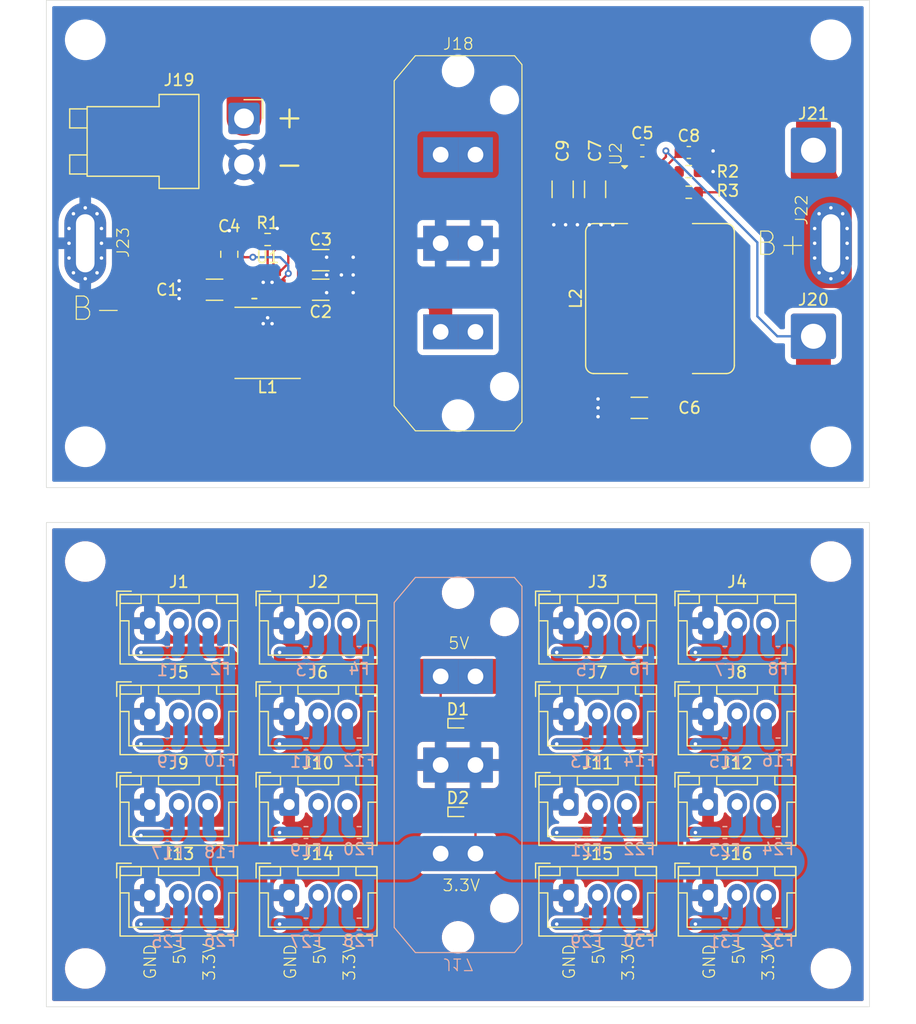
<source format=kicad_pcb>
(kicad_pcb (version 20241229) (generator "pcbnew") (generator_version "9.0")
  (layers (0 "F.Cu" signal) (2 "B.Cu" signal) (13 "F.Paste" user) (15 "B.Paste" user) (5 "F.SilkS" user "F.Silkscreen") (7 "B.SilkS" user "B.Silkscreen") (1 "F.Mask" user) (3 "B.Mask" user) (25 "Edge.Cuts" user))
  (net 0 "")
  (net 1 "-BATT")
  (net 2 "+BATT")
  (net 3 "Net-(U1-BIAS)")
  (net 4 "Net-(U1-LX1)")
  (net 5 "Net-(U1-LX2)")
  (net 6 "Net-(U1-SEL)")
  (net 8 "/3V3")
  (net 9 "/5V")
  (net 10 "Net-(J18-Pin_3)")
  (net 11 "Net-(U2-BST)")
  (net 12 "Net-(U2-SW)")
  (net 13 "Net-(J18-Pin_1)")
  (net 14 "Net-(J19-Pin_1)")
  (net 15 "Net-(U2-VDD)")
  (net 16 "Net-(U2-FB)")
  (net 17 "Net-(J1-Pin_2)")
  (net 18 "Net-(J1-Pin_3)")
  (net 19 "Net-(J2-Pin_2)")
  (net 20 "Net-(J2-Pin_3)")
  (net 21 "Net-(J3-Pin_2)")
  (net 22 "Net-(J3-Pin_3)")
  (net 23 "Net-(J4-Pin_2)")
  (net 24 "Net-(J4-Pin_3)")
  (net 25 "Net-(J5-Pin_2)")
  (net 26 "Net-(J5-Pin_3)")
  (net 27 "Net-(J6-Pin_2)")
  (net 28 "Net-(J6-Pin_3)")
  (net 29 "Net-(J7-Pin_2)")
  (net 30 "Net-(J7-Pin_3)")
  (net 31 "Net-(J8-Pin_2)")
  (net 32 "Net-(J8-Pin_3)")
  (net 33 "Net-(J9-Pin_2)")
  (net 34 "Net-(J9-Pin_3)")
  (net 35 "Net-(J10-Pin_2)")
  (net 36 "Net-(J10-Pin_3)")
  (net 37 "Net-(J11-Pin_2)")
  (net 38 "Net-(J11-Pin_3)")
  (net 39 "Net-(J12-Pin_2)")
  (net 40 "Net-(J12-Pin_3)")
  (net 41 "Net-(J13-Pin_2)")
  (net 42 "Net-(J13-Pin_3)")
  (net 43 "Net-(J14-Pin_2)")
  (net 44 "Net-(J14-Pin_3)")
  (net 45 "Net-(J15-Pin_2)")
  (net 46 "Net-(J15-Pin_3)")
  (net 47 "Net-(J16-Pin_2)")
  (net 48 "Net-(J16-Pin_3)")
  (net 49 "/GND")
  (footprint "Connector_JST:JST_XH_B3B-XH-A_1x03_P2.50mm_Vertical" (layer "F.Cu") (at 171.524 131.072)
    (property "Reference" "J16")
    (property "Value" "JST-XH")
  )
  (footprint "Inductor_SMD:L_Wuerth_MAPI-5020" (layer "F.Cu") (at 133.604 83.566)
    (property "Reference" "L1")
    (property "Value" "1uH")
  )
  (footprint "Connector_JST:JST_XH_B3B-XH-A_1x03_P2.50mm_Vertical" (layer "F.Cu") (at 123.4605 115.472)
    (property "Reference" "J5")
    (property "Value" "JST-XH")
  )
  (footprint "Connector_JST:JST_XH_B3B-XH-A_1x03_P2.50mm_Vertical" (layer "F.Cu") (at 171.524 107.672)
    (property "Reference" "J4")
    (property "Value" "JST-XH")
  )
  (footprint "MPS_footprints:21-100431_F112A2F&plus_1_MXM" (layer "F.Cu") (at 133.604 78.486 90)
    (property "Reference" "U1")
    (property "Value" "MAX77839AEFQ+T")
  )
  (footprint "Connector_JST:JST_XH_B3B-XH-A_1x03_P2.50mm_Vertical" (layer "F.Cu") (at 135.4605 131.072)
    (property "Reference" "J14")
    (property "Value" "JST-XH")
  )
  (footprint "Connector_Wire:SolderWire-1.5sqmm_1x01_D1.7mm_OD3.9mm" (layer "F.Cu") (at 180.597537 83)
    (property "Reference" "J20")
    (property "Value" "SWITCH-")
  )
  (footprint "Connector_JST:JST_XH_B3B-XH-A_1x03_P2.50mm_Vertical" (layer "F.Cu") (at 135.4605 115.472)
    (property "Reference" "J6")
    (property "Value" "JST-XH")
  )
  (footprint "Capacitor_SMD:C_0603_1608Metric" (layer "F.Cu") (at 169.868877 67.190109)
    (property "Reference" "C8")
    (property "Value" "4u7F")
  )
  (footprint "Connector_JST:JST_XH_B3B-XH-A_1x03_P2.50mm_Vertical" (layer "F.Cu") (at 135.4605 107.672)
    (property "Reference" "J2")
    (property "Value" "JST-XH")
  )
  (footprint "Capacitor_SMD:C_1206_3216Metric" (layer "F.Cu") (at 138.176 78.994)
    (property "Reference" "C2")
    (property "Value" "10uF")
  )
  (footprint "Capacitor_SMD:C_0805_2012Metric" (layer "F.Cu") (at 130.302 75.946 90)
    (property "Reference" "C4")
    (property "Value" "2u2F")
  )
  (footprint "Capacitor_SMD:C_0603_1608Metric" (layer "F.Cu") (at 165.862 67.056 180)
    (property "Reference" "C5")
    (property "Value" "0.1uF")
  )
  (footprint "Capacitor_SMD:C_1206_3216Metric" (layer "F.Cu") (at 161.798 70.358 -90)
    (property "Reference" "C7")
    (property "Value" "10uF")
  )
  (footprint "MPS_footprints:FX30B-3x-7.62" (layer "F.Cu") (at 150.024 75 -90)
    (property "Reference" "J18")
    (property "Value" "FX30B-3S-7.62DSA")
  )
  (footprint "MountingHole:MountingHole_3mm" (layer "F.Cu") (at 182.1 137.372)
    (property "Reference" "REF**" (hide yes))
    (property "Value" "MountingHole_3mm")
  )
  (footprint "Connector_JST:JST_XH_B3B-XH-A_1x03_P2.50mm_Vertical" (layer "F.Cu") (at 123.4605 107.672)
    (property "Reference" "J1")
    (property "Value" "JST-XH")
  )
  (footprint "Connector_JST:JST_VH_B2PS-VH_1x02_P3.96mm_Horizontal" (layer "F.Cu") (at 131.572 64.262 -90)
    (property "Reference" "J19")
    (property "Value" "Charge")
  )
  (footprint "MountingHole:MountingHole_3mm" (layer "F.Cu") (at 117.9 102.372)
    (property "Reference" "REF**" (hide yes))
    (property "Value" "MountingHole_3mm")
  )
  (footprint "Connector_Wire:SolderWire-1.5sqmm_1x01_D1.7mm_OD3.9mm" (layer "F.Cu") (at 180.6 67)
    (property "Reference" "J21")
    (property "Value" "SWITCH+")
  )
  (footprint "Connector_JST:JST_XH_B3B-XH-A_1x03_P2.50mm_Vertical" (layer "F.Cu") (at 159.524 131.072)
    (property "Reference" "J15")
    (property "Value" "JST-XH")
  )
  (footprint "MountingHole:MountingHole_3mm" (layer "F.Cu") (at 182.1 102.372)
    (property "Reference" "REF**" (hide yes))
    (property "Value" "MountingHole_3mm")
  )
  (footprint "Connector_JST:JST_XH_B3B-XH-A_1x03_P2.50mm_Vertical" (layer "F.Cu") (at 123.4605 123.272)
    (property "Reference" "J9")
    (property "Value" "JST-XH")
  )
  (footprint "MPS_footprints:Nickle_Strip" (layer "F.Cu") (at 117.9 75 90)
    (property "Reference" "J23")
    (property "Value" "BATT-")
  )
  (footprint "MPS_footprints:Nickle_Strip" (layer "F.Cu") (at 182.1 75 90)
    (property "Reference" "J22")
    (property "Value" "BATT+")
  )
  (footprint "Inductor_SMD:L_Bourns_SRP1245A" (layer "F.Cu") (at 167.386 79.756 90)
    (property "Reference" "L2")
    (property "Value" "3.3uH")
  )
  (footprint "Diode_SMD:D_SOD-923" (layer "F.Cu") (at 149.987 116.284)
    (property "Reference" "D1")
    (property "Value" "ESD9B5.0ST5G")
  )
  (footprint "Connector_JST:JST_XH_B3B-XH-A_1x03_P2.50mm_Vertical" (layer "F.Cu") (at 159.524 123.272)
    (property "Reference" "J11")
    (property "Value" "JST-XH")
  )
  (footprint "Connector_JST:JST_XH_B3B-XH-A_1x03_P2.50mm_Vertical" (layer "F.Cu") (at 171.524 115.472)
    (property "Reference" "J8")
    (property "Value" "JST-XH")
  )
  (footprint "MountingHole:MountingHole_3mm" (layer "F.Cu") (at 117.9 137.372)
    (property "Reference" "REF**" (hide yes))
    (property "Value" "MountingHole_3mm")
  )
  (footprint "Connector_JST:JST_XH_B3B-XH-A_1x03_P2.50mm_Vertical" (layer "F.Cu") (at 171.524 123.272)
    (property "Reference" "J12")
    (property "Value" "JST-XH")
  )
  (footprint "Connector_JST:JST_XH_B3B-XH-A_1x03_P2.50mm_Vertical" (layer "F.Cu") (at 123.4605 131.072)
    (property "Reference" "J13")
    (property "Value" "JST-XH")
  )
  (footprint "Capacitor_SMD:C_1206_3216Metric" (layer "F.Cu") (at 129.032 78.994 180)
    (property "Reference" "C1")
    (property "Value" "10uF")
  )
  (footprint "Diode_SMD:D_SOD-923" (layer "F.Cu") (at 149.987 123.904)
    (property "Reference" "D2")
    (property "Value" "ESD9B3.3ST5G")
  )
  (footprint "Capacitor_SMD:C_1206_3216Metric" (layer "F.Cu") (at 165.608 89.154 180)
    (property "Reference" "C6")
    (property "Value" "10uF")
  )
  (footprint "Resistor_SMD:R_0603_1608Metric" (layer "F.Cu") (at 169.863 70.612 180)
    (property "Reference" "R2")
    (property "Value" "400k")
  )
  (footprint "MountingHole:MountingHole_3mm" (layer "F.Cu") (at 117.9 57.5)
    (property "Reference" "REF**" (hide yes))
    (property "Value" "MountingHole_3mm")
  )
  (footprint "MountingHole:MountingHole_3mm" (layer "F.Cu") (at 182.1 57.5)
    (property "Reference" "REF**" (hide yes))
    (property "Value" "MountingHole_3mm")
  )
  (footprint "MountingHole:MountingHole_3mm" (layer "F.Cu") (at 117.9 92.5)
    (property "Reference" "REF**" (hide yes))
    (property "Value" "MountingHole_3mm")
  )
  (footprint "Connector_JST:JST_XH_B3B-XH-A_1x03_P2.50mm_Vertical" (layer "F.Cu") (at 159.524 107.672)
    (property "Reference" "J3")
    (property "Value" "JST-XH")
  )
  (footprint "Connector_JST:JST_XH_B3B-XH-A_1x03_P2.50mm_Vertical" (layer "F.Cu") (at 135.4605 123.272)
    (property "Reference" "J10")
    (property "Value" "JST-XH")
  )
  (footprint "Connector_JST:JST_XH_B3B-XH-A_1x03_P2.50mm_Vertical" (layer "F.Cu") (at 159.524 115.472)
    (property "Reference" "J7")
    (property "Value" "JST-XH")
  )
  (footprint "MPS_footprints:MP3437GJ-P" (layer "F.Cu") (at 165.608 69.977)
    (property "Reference" "U2")
    (property "Value" "MP3437GJ-P")
  )
  (footprint "Resistor_SMD:R_0603_1608Metric" (layer "F.Cu") (at 169.863 68.834)
    (property "Reference" "R3")
    (property "Value" "100k")
  )
  (footprint "MountingHole:MountingHole_3mm" (layer "F.Cu") (at 182.1 92.5)
    (property "Reference" "REF**" (hide yes))
    (property "Value" "MountingHole_3mm")
  )
  (footprint "Capacitor_SMD:C_1206_3216Metric" (layer "F.Cu") (at 138.176 76.454)
    (property "Reference" "C3")
    (property "Value" "10uF")
  )
  (footprint "Capacitor_SMD:C_1206_3216Metric" (layer "F.Cu") (at 159.004 70.358 -90)
    (property "Reference" "C9")
    (property "Value" "10uF")
  )
  (footprint "Resistor_SMD:R_0603_1608Metric" (layer "F.Cu") (at 133.604 74.676)
    (property "Reference" "R1")
    (property "Value" "0R")
  )
  (footprint "Fuse:Fuse_0603_1608Metric" (layer "B.Cu") (at 136.906 110.188 180)
    (property "Reference" "F3")
    (property "Value" "1A")
  )
  (footprint "Fuse:Fuse_0603_1608Metric" (layer "B.Cu") (at 177.546 133.556)
    (property "Reference" "F32")
    (property "Value" "1A")
  )
  (footprint "Fuse:Fuse_0603_1608Metric" (layer "B.Cu") (at 141.478 125.682)
    (property "Reference" "F20")
    (property "Value" "1A")
  )
  (footprint "Fuse:Fuse_0603_1608Metric" (layer "B.Cu") (at 172.974 125.682 180)
    (property "Reference" "F23")
    (property "Value" "1A")
  )
  (footprint "Fuse:Fuse_0603_1608Metric" (layer "B.Cu") (at 172.974 118.062 180)
    (property "Reference" "F15")
    (property "Value" "1A")
  )
  (footprint "Fuse:Fuse_0603_1608Metric" (layer "B.Cu") (at 129.5145 133.556)
    (property "Reference" "F26")
    (property "Value" "1A")
  )
  (footprint "Fuse:Fuse_0603_1608Metric" (layer "B.Cu") (at 141.478 118.062)
    (property "Reference" "F12")
    (property "Value" "1A")
  )
  (footprint "Fuse:Fuse_0603_1608Metric" (layer "B.Cu") (at 129.5145 125.936)
    (property "Reference" "F18")
    (property "Value" "1A")
  )
  (footprint "Fuse:Fuse_0603_1608Metric" (layer "B.Cu") (at 165.608 125.682)
    (property "Reference" "F22")
    (property "Value" "1A")
  )
  (footprint "Fuse:Fuse_0603_1608Metric" (layer "B.Cu") (at 177.546 125.682)
    (property "Reference" "F24")
    (property "Value" "1A")
  )
  (footprint "Fuse:Fuse_0603_1608Metric" (layer "B.Cu") (at 165.608 118.062)
    (property "Reference" "F14")
    (property "Value" "1A")
  )
  (footprint "Fuse:Fuse_0603_1608Metric" (layer "B.Cu") (at 161.036 133.556 180)
    (property "Reference" "F29")
    (property "Value" "1A")
  )
  (footprint "Fuse:Fuse_0603_1608Metric" (layer "B.Cu") (at 177.546 110.188)
    (property "Reference" "F8")
    (property "Value" "1A")
  )
  (footprint "Fuse:Fuse_0603_1608Metric" (layer "B.Cu") (at 161.036 110.188 180)
    (property "Reference" "F5")
    (property "Value" "1A")
  )
  (footprint "Fuse:Fuse_0603_1608Metric" (layer "B.Cu") (at 136.906 133.556 180)
    (property "Reference" "F27")
    (property "Value" "1A")
  )
  (footprint "Fuse:Fuse_0603_1608Metric" (layer "B.Cu") (at 161.036 125.682 180)
    (property "Reference" "F21")
    (property "Value" "1A")
  )
  (footprint "Fuse:Fuse_0603_1608Metric" (layer "B.Cu") (at 124.968 125.936 180)
    (property "Reference" "F17")
    (property "Value" "1A")
  )
  (footprint "Fuse:Fuse_0603_1608Metric" (layer "B.Cu") (at 165.608 133.556)
    (property "Reference" "F30")
    (property "Value" "1A")
  )
  (footprint "Fuse:Fuse_0603_1608Metric" (layer "B.Cu") (at 124.968 133.556 180)
    (property "Reference" "F25")
    (property "Value" "1A")
  )
  (footprint "Fuse:Fuse_0603_1608Metric" (layer "B.Cu") (at 161.036 118.062 180)
    (property "Reference" "F13")
    (property "Value" "1A")
  )
  (footprint "Fuse:Fuse_0603_1608Metric" (layer "B.Cu") (at 136.906 125.682 180)
    (property "Reference" "F19")
    (property "Value" "1A")
  )
  (footprint "MPS_footprints:FX30B-3x-7.62" (layer "B.Cu") (at 150.024 119.872 90)
    (property "Reference" "J17")
    (property "Value" "FX30B-3S-7.62DSA")
  )
  (footprint "Fuse:Fuse_0603_1608Metric" (layer "B.Cu") (at 172.974 133.556 180)
    (property "Reference" "F31")
    (property "Value" "1A")
  )
  (footprint "Fuse:Fuse_0603_1608Metric" (layer "B.Cu") (at 124.968 110.188 180)
    (property "Reference" "F1")
    (property "Value" "1A")
  )
  (footprint "Fuse:Fuse_0603_1608Metric" (layer "B.Cu") (at 165.608 110.188)
    (property "Reference" "F6")
    (property "Value" "1A")
  )
  (footprint "Fuse:Fuse_0603_1608Metric" (layer "B.Cu") (at 177.546 118.062)
    (property "Reference" "F16")
    (property "Value" "1A")
  )
  (footprint "Fuse:Fuse_0603_1608Metric" (layer "B.Cu") (at 129.5145 110.188)
    (property "Reference" "F2")
    (property "Value" "1A")
  )
  (footprint "Fuse:Fuse_0603_1608Metric" (layer "B.Cu") (at 124.968 118.062 180)
    (property "Reference" "F9")
    (property "Value" "1A")
  )
  (footprint "Fuse:Fuse_0603_1608Metric" (layer "B.Cu") (at 136.906 118.062 180)
    (property "Reference" "F11")
    (property "Value" "1A")
  )
  (footprint "Fuse:Fuse_0603_1608Metric" (layer "B.Cu") (at 141.478 133.556)
    (property "Reference" "F28")
    (property "Value" "1A")
  )
  (footprint "Fuse:Fuse_0603_1608Metric" (layer "B.Cu") (at 141.478 110.188)
    (property "Reference" "F4")
    (property "Value" "1A")
  )
  (footprint "Fuse:Fuse_0603_1608Metric" (layer "B.Cu") (at 172.974 110.188 180)
    (property "Reference" "F7")
    (property "Value" "1A")
  )
  (footprint "Fuse:Fuse_0603_1608Metric" (layer "B.Cu") (at 129.5145 118.062)
    (property "Reference" "F10")
    (property "Value" "1A")
  )
  (gr_poly (pts (xy 164.338 87.884) (xy 164.846 88.392) (xy 164.846 89.916) (xy 164.338 90.424) (xy 161.544 90.424) (xy 161.036 89.916) (xy 161.036 88.392) (xy 161.544 87.884)) (fill yes) (layer "F.Cu") (net 1))
  (gr_poly (pts (xy 164.886 72.656) (xy 165.111281 72.135535) (xy 165.111979 70.611535) (xy 164.908 70.502) (xy 164.308 70.502) (xy 164.308 70.102) (xy 164.908 70.102) (xy 165.862 70.104) (xy 166.116 70.358) (xy 166.116 71.374) (xy 166.37 71.628) (xy 169.164 71.628) (xy 169.886 72.656)) (fill yes) (layer "F.Cu") (net 12))
  (gr_poly (pts (xy 164.308 69.852) (xy 163.708 69.852) (xy 163.322 70.104) (xy 146.558 70.104) (xy 145.796 69.342) (xy 145.796 65.278) (xy 146.558 64.516) (xy 153.416 64.516) (xy 154.178 65.278) (xy 154.178 67.31) (xy 154.686 67.818) (xy 162.814 67.818) (xy 163.322 68.326) (xy 163.322 69.088) (xy 163.708 69.452) (xy 164.308 69.452)) (fill yes) (layer "F.Cu") (net 10))
  (gr_poly (pts (xy 127.762 77.724) (xy 128.27 78.232) (xy 128.27 79.756) (xy 127.762 80.264) (xy 125.476 80.264) (xy 124.968 79.756) (xy 124.968 78.232) (xy 125.476 77.724)) (fill yes) (layer "F.Cu") (net 1))
  (gr_poly (pts (xy 178.65 67) (xy 178.65 78.105) (xy 179.44125 78.867) (xy 183.134 78.867) (xy 183.896 78.105) (xy 183.896 71.882) (xy 182.55 68.95) (xy 182.55 67)) (fill yes) (layer "F.Cu") (net 14))
  (gr_poly (pts (xy 136.126 76.454) (xy 136.126 78.094) (xy 135.633937 78.586063) (xy 134.816501 78.586063) (xy 134.816501 79.386063) (xy 135.618063 79.386063) (xy 136.126 79.894) (xy 136.701 79.894) (xy 137.276 79.319) (xy 137.276 76.454)) (fill yes) (layer "F.Cu") (net 13))
  (gr_poly (pts (xy 140.94419 75.184) (xy 141.45219 75.692) (xy 141.45219 79.756) (xy 140.94419 80.264) (xy 138.65819 80.264) (xy 138.176 79.756) (xy 138.176 75.692) (xy 138.65819 75.184)) (fill yes) (layer "F.Cu") (net 1))
  (gr_poly (pts (xy 133.454 79.3235) (xy 133.454 81.026) (xy 132.842 81.661) (xy 132.842 82.296) (xy 134.366 82.296) (xy 134.366 81.661) (xy 133.754 81.026) (xy 133.754 79.3235)) (fill yes) (layer "F.Cu") (net 1))
  (gr_poly (pts (xy 130.507 78.094) (xy 131.561936 78.094) (xy 132.053999 78.586063) (xy 132.391499 78.586063) (xy 132.391499 79.386063) (xy 131.952937 79.386063) (xy 131.445 79.894) (xy 130.507 79.894)) (fill yes) (layer "F.Cu") (net 2))
  (gr_poly (pts (xy 157.734 70.752) (xy 157.226 71.12) (xy 157.226 73.66) (xy 157.734 74.168) (xy 163.576 74.168) (xy 164.084 73.66) (xy 164.084 71.882) (xy 164.908 71.152) (xy 164.908 70.752)) (fill yes) (layer "F.Cu") (net 1))
  (gr_poly (pts (xy 134.254126 79.3235) (xy 135.321626 80.391) (xy 136.144 80.391) (xy 136.404 80.651) (xy 136.404 81.147) (xy 136.017 81.534) (xy 134.964 81.534) (xy 133.954126 80.524126) (xy 133.954126 79.3235)) (fill yes) (layer "F.Cu") (net 5))
  (gr_poly (pts (xy 132.953874 79.3235) (xy 131.886374 80.391) (xy 131.064 80.391) (xy 130.804 80.651) (xy 130.804 81.147) (xy 131.191 81.534) (xy 132.244 81.534) (xy 133.253874 80.524126) (xy 133.253874 79.3235)) (fill yes) (layer "F.Cu") (net 4))
  (gr_rect (start 114.554 54.102) (end 185.42 96.012) (stroke (width 0.05)) (fill no) (layer "Edge.Cuts"))
  (gr_rect (start 114.554 99.012) (end 185.42 140.668) (stroke (width 0.05)) (fill no) (layer "Edge.Cuts"))
  (gr_text "GND" (at 124.079 138.382 90) (layer "F.SilkS") (effects (font (size 1 1) (thickness 0.1)) (justify left bottom)))
  (gr_text "3.3V" (at 148.59 130.81 0) (layer "F.SilkS") (effects (font (size 1 1) (thickness 0.1)) (justify left bottom)))
  (gr_text "5V" (at 138.684 137.112 90) (layer "F.SilkS") (effects (font (size 1 1) (thickness 0.1)) (justify left bottom)))
  (gr_text "GND" (at 160.147 138.382 90) (layer "F.SilkS") (effects (font (size 1 1) (thickness 0.1)) (justify left bottom)))
  (gr_text "5V" (at 149.098 109.982 0) (layer "F.SilkS") (effects (font (size 1 1) (thickness 0.1)) (justify left bottom)))
  (gr_text "B-" (at 116.586 81.788 0) (layer "F.SilkS") (effects (font (size 2 2) (thickness 0.1)) (justify left bottom)))
  (gr_text "B+" (at 175.514 76.2 0) (layer "F.SilkS") (effects (font (size 2 2) (thickness 0.1)) (justify left bottom)))
  (gr_text "3.3V" (at 141.224 138.509 90) (layer "F.SilkS") (effects (font (size 1 1) (thickness 0.1)) (justify left bottom)))
  (gr_text "3.3V" (at 165.227 138.509 90) (layer "F.SilkS") (effects (font (size 1 1) (thickness 0.1)) (justify left bottom)))
  (gr_text "3.3V" (at 177.292 138.509 90) (layer "F.SilkS") (effects (font (size 1 1) (thickness 0.1)) (justify left bottom)))
  (gr_text "5V" (at 126.619 137.112 90) (layer "F.SilkS") (effects (font (size 1 1) (thickness 0.1)) (justify left bottom)))
  (gr_text "+" (at 134.112 65.278 0) (layer "F.SilkS") (effects (font (size 2 2) (thickness 0.2)) (justify left bottom)))
  (gr_text "-" (at 134.112 69.342 0) (layer "F.SilkS") (effects (font (size 2 2) (thickness 0.2)) (justify left bottom)))
  (gr_text "GND" (at 136.144 138.382 90) (layer "F.SilkS") (effects (font (size 1 1) (thickness 0.1)) (justify left bottom)))
  (gr_text "3.3V" (at 129.159 138.509 90) (layer "F.SilkS") (effects (font (size 1 1) (thickness 0.1)) (justify left bottom)))
  (gr_text "GND" (at 172.212 138.382 90) (layer "F.SilkS") (effects (font (size 1 1) (thickness 0.1)) (justify left bottom)))
  (gr_text "5V" (at 162.687 137.112 90) (layer "F.SilkS") (effects (font (size 1 1) (thickness 0.1)) (justify left bottom)))
  (gr_text "5V" (at 174.752 137.112 90) (layer "F.SilkS") (effects (font (size 1 1) (thickness 0.1)) (justify left bottom)))
  (segment (start 134.366 74.739) (end 134.366 75.438) (width 0.2) (layer "F.Cu") (net 1))
  (segment (start 134.104126 77.4985) (end 134.104126 78.239874) (width 0.2) (layer "F.Cu") (net 1))
  (segment (start 130.302 73.914) (end 130.302 74.996) (width 0.2) (layer "F.Cu") (net 1))
  (segment (start 133.604 78.74) (end 133.604 79.3235) (width 0.2) (layer "F.Cu") (net 1))
  (segment (start 134.366 75.438) (end 134.104126 75.699874) (width 0.2) (layer "F.Cu") (net 1))
  (segment (start 134.429 73.724) (end 134.429 74.676) (width 0.2) (layer "F.Cu") (net 1))
  (segment (start 134.429 74.676) (end 134.366 74.739) (width 0.2) (layer "F.Cu") (net 1))
  (segment (start 170.777986 67.056) (end 171.958 67.056) (width 0.2) (layer "F.Cu") (net 1))
  (segment (start 134.104126 75.699874) (end 134.104126 77.4985) (width 0.2) (layer "F.Cu") (net 1))
  (segment (start 133.985 78.359) (end 133.604 78.74) (width 0.2) (layer "F.Cu") (net 1))
  (segment (start 170.688 68.834) (end 171.958 68.834) (width 0.2) (layer "F.Cu") (net 1))
  (segment (start 133.223 78.359) (end 133.604 78.74) (width 0.2) (layer "F.Cu") (net 1))
  (segment (start 134.104126 78.239874) (end 133.985 78.359) (width 0.2) (layer "F.Cu") (net 1))
  (segment (start 170.643877 67.190109) (end 170.777986 67.056) (width 0.2) (layer "F.Cu") (net 1))
  (segment (start 134.4295 73.7235) (end 134.429 73.724) (width 0.2) (layer "F.Cu") (net 1))
  (via (at 162.052 89.154) (size 0.6) (drill 0.3) (layers "F.Cu" "B.Cu") (net 1))
  (via (at 171.958 67.056) (size 0.6) (drill 0.3) (layers "F.Cu" "B.Cu") (net 1))
  (via (at 138.684 76.2) (size 0.6) (drill 0.3) (layers "F.Cu" "B.Cu") (net 1))
  (via (at 140.97 77.724) (size 0.6) (drill 0.3) (layers "F.Cu" "B.Cu") (net 1))
  (via (at 160.274 73.406) (size 0.6) (drill 0.3) (layers "F.Cu" "B.Cu") (net 1))
  (via (at 161.29 73.406) (size 0.6) (drill 0.3) (layers "F.Cu" "B.Cu") (net 1))
  (via (at 125.984 79.756) (size 0.6) (drill 0.3) (layers "F.Cu" "B.Cu") (net 1))
  (via (at 162.306 73.406) (size 0.6) (drill 0.3) (layers "F.Cu" "B.Cu") (net 1))
  (via (at 140.97 76.2) (size 0.6) (drill 0.3) (layers "F.Cu" "B.Cu") (net 1))
  (via (at 159.258 73.406) (size 0.6) (drill 0.3) (layers "F.Cu" "B.Cu") (net 1))
  (via (at 138.684 79.248) (size 0.6) (drill 0.3) (layers "F.Cu" "B.Cu") (net 1))
  (via (at 133.223 81.915) (size 0.6) (drill 0.3) (layers "F.Cu" "B.Cu") (net 1))
  (via (at 133.985 78.359) (size 0.6) (drill 0.3) (layers "F.Cu" "B.Cu") (net 1))
  (via (at 125.984 78.232) (size 0.6) (drill 0.3) (layers "F.Cu" "B.Cu") (net 1))
  (via (at 133.985 81.915) (size 0.6) (drill 0.3) (layers "F.Cu" "B.Cu") (net 1))
  (via (at 130.302 73.914) (size 0.6) (drill 0.3) (layers "F.Cu" "B.Cu") (net 1))
  (via (at 140.97 79.248) (size 0.6) (drill 0.3) (layers "F.Cu" "B.Cu") (net 1))
  (via (at 138.684 77.724) (size 0.6) (drill 0.3) (layers "F.Cu" "B.Cu") (net 1))
  (via (at 171.958 68.834) (size 0.6) (drill 0.3) (layers "F.Cu" "B.Cu") (net 1))
  (via (at 139.954 77.724) (size 0.6) (drill 0.3) (layers "F.Cu" "B.Cu") (net 1))
  (via (at 133.223 78.359) (size 0.6) (drill 0.3) (layers "F.Cu" "B.Cu") (net 1))
  (via (at 162.052 88.392) (size 0.6) (drill 0.3) (layers "F.Cu" "B.Cu") (net 1))
  (via (at 133.604 81.407) (size 0.6) (drill 0.3) (layers "F.Cu" "B.Cu") (net 1))
  (via (at 125.984 78.994) (size 0.6) (drill 0.3) (layers "F.Cu" "B.Cu") (net 1))
  (via (at 163.322 73.406) (size 0.6) (drill 0.3) (layers "F.Cu" "B.Cu") (net 1))
  (via (at 134.4295 73.7235) (size 0.6) (drill 0.3) (layers "F.Cu" "B.Cu") (net 1))
  (via (at 162.052 89.916) (size 0.6) (drill 0.3) (layers "F.Cu" "B.Cu") (net 1))
  (via (at 158.242 73.406) (size 0.6) (drill 0.3) (layers "F.Cu" "B.Cu") (net 1))
  (segment (start 130.1505 79.3505) (end 129.603 79.898) (width 2) (layer "F.Cu") (net 2))
  (segment (start 134.841501 78.235937) (end 134.841501 78.137499) (width 0.2) (layer "F.Cu") (net 2))
  (segment (start 129.286 87.63) (end 129.54 87.376) (width 2) (layer "F.Cu") (net 2))
  (segment (start 166.908 69.652) (end 166.908 69.002) (width 0.2) (layer "F.Cu") (net 2))
  (segment (start 131.318 75.946) (end 129.413 75.946) (width 0.2) (layer "F.Cu") (net 2))
  (segment (start 132.334 76.2) (end 131.572 76.2) (width 0.2) (layer "F.Cu") (net 2))
  (segment (start 129.413 75.946) (end 129.032 76.327) (width 0.2) (layer "F.Cu") (net 2))
  (segment (start 167.386 85.306) (end 167.386 92.837) (width 3) (layer "F.Cu") (net 2))
  (segment (start 129.54 79.961) (end 129.603 79.898) (width 2) (layer "F.Cu") (net 2))
  (segment (start 166.908 68.55) (end 167.894 67.564) (width 0.2) (layer "F.Cu") (net 2))
  (segment (start 129.54 87.376) (end 129.54 79.961) (width 2) (layer "F.Cu") (net 2))
  (segment (start 180.597537 87.118463) (end 180.597537 83) (width 3) (layer "F.Cu") (net 2))
  (segment (start 129.032 78.232) (end 130.1505 79.3505) (width 0.2) (layer "F.Cu") (net 2))
  (segment (start 130.507 78.994) (end 130.1505 79.3505) (width 2) (layer "F.Cu") (net 2))
  (segment (start 129.603 78.93) (end 129.603 79.898) (width 0.2) (layer "F.Cu") (net 2))
  (segment (start 167.894 67.564) (end 167.894 67.056) (width 0.2) (layer "F.Cu") (net 2))
  (segment (start 174.498 93.218) (end 180.597537 87.118463) (width 3) (layer "F.Cu") (net 2))
  (segment (start 129.286 87.63) (end 129.286 90.043) (width 3) (layer "F.Cu") (net 2))
  (segment (start 129.286 90.043) (end 132.461 93.218) (width 3) (layer "F.Cu") (net 2))
  (segment (start 134.841501 78.137499) (end 135.382 77.597) (width 0.2) (layer "F.Cu") (net 2))
  (segment (start 132.461 93.218) (end 174.498 93.218) (width 3) (layer "F.Cu") (net 2))
  (segment (start 166.908 69.002) (end 166.908 68.55) (width 0.2) (layer "F.Cu") (net 2))
  (segment (start 129.032 76.327) (end 129.032 78.232) (width 0.2) (layer "F.Cu") (net 2))
  (segment (start 131.572 76.2) (end 131.318 75.946) (width 0.2) (layer "F.Cu") (net 2))
  (via (at 135.382 77.597) (size 0.6) (drill 0.3) (layers "F.Cu" "B.Cu") (net 2))
  (via (at 167.894 67.056) (size 0.6) (drill 0.3) (layers "F.Cu" "B.Cu") (net 2))
  (via (at 132.334 76.2) (size 0.6) (drill 0.3) (layers "F.Cu" "B.Cu") (net 2))
  (segment (start 175.768 74.93) (end 175.768 81.28) (width 0.2) (layer "B.Cu") (net 2))
  (segment (start 175.768 81.28) (end 177.488 83) (width 0.2) (layer "B.Cu") (net 2))
  (segment (start 135.382 76.8985) (end 135.382 77.597) (width 0.2) (layer "B.Cu") (net 2))
  (segment (start 132.334 76.2) (end 134.6835 76.2) (width 0.2) (layer "B.Cu") (net 2))
  (segment (start 177.488 83) (end 180.597537 83) (width 0.2) (layer "B.Cu") (net 2))
  (segment (start 167.894 67.056) (end 175.768 74.93) (width 0.2) (layer "B.Cu") (net 2))
  (segment (start 134.6835 76.2) (end 135.382 76.8985) (width 0.2) (layer "B.Cu") (net 2))
  (segment (start 131.633 76.896) (end 132.366499 77.629499) (width 0.2) (layer "F.Cu") (net 3))
  (segment (start 130.302 76.896) (end 131.633 76.896) (width 0.2) (layer "F.Cu") (net 3))
  (segment (start 132.366499 77.629499) (end 132.366499 77.985937) (width 0.2) (layer "F.Cu") (net 3))
  (segment (start 133.413 74.739) (end 132.842 74.739) (width 0.2) (layer "F.Cu") (net 6))
  (segment (start 132.842 74.739) (end 132.779 74.676) (width 0.2) (layer "F.Cu") (net 6))
  (segment (start 133.604 77.4985) (end 133.604 74.93) (width 0.2) (layer "F.Cu") (net 6))
  (segment (start 133.604 74.93) (end 133.413 74.739) (width 0.2) (layer "F.Cu") (net 6))
  (segment (start 151.5 124.997) (end 151.5 127.492) (width 0.2) (layer "F.Cu") (net 8))
  (segment (start 150.407 123.904) (end 151.5 124.997) (width 0.2) (layer "F.Cu") (net 8))
  (segment (start 178.3335 128.222) (end 178.3335 133.556) (width 1) (layer "B.Cu") (net 8))
  (segment (start 146.272 127.492) (end 145.542 128.222) (width 3) (layer "B.Cu") (net 8))
  (segment (start 130.302 128.222) (end 130.302 133.556) (width 1) (layer "B.Cu") (net 8))
  (segment (start 153.924 127.46) (end 154.686 128.222) (width 3) (layer "B.Cu") (net 8))
  (segment (start 178.3335 110.188) (end 178.3335 128.222) (width 1) (layer "B.Cu") (net 8))
  (segment (start 166.3955 110.188) (end 166.3955 133.556) (width 1) (layer "B.Cu") (net 8))
  (segment (start 148.5 127.492) (end 153.892 127.492) (width 3) (layer "B.Cu") (net 8))
  (segment (start 142.2655 133.556) (end 142.2655 110.188) (width 1) (layer "B.Cu") (net 8))
  (segment (start 130.302 110.188) (end 130.302 128.222) (width 1) (layer "B.Cu") (net 8))
  (segment (start 145.542 128.222) (end 130.302 128.222) (width 3) (layer "B.Cu") (net 8))
  (segment (start 148.5 127.492) (end 146.272 127.492) (width 3) (layer "B.Cu") (net 8))
  (segment (start 154.686 128.222) (end 178.3335 128.222) (width 3) (layer "B.Cu") (net 8))
  (segment (start 153.892 127.492) (end 153.924 127.46) (width 3) (layer "B.Cu") (net 8))
  (segment (start 132.08 125.682) (end 132.08 133.556) (width 3) (layer "F.Cu") (net 9))
  (segment (start 130.238 110.188) (end 132.302 112.252) (width 1) (layer "F.Cu") (net 9))
  (segment (start 168.37 112.252) (end 167.672 112.252) (width 1) (layer "F.Cu") (net 9))
  (segment (start 134.63275 125.682) (end 132.08 125.682) (width 1) (layer "F.Cu") (net 9))
  (segment (start 167.894 125.682) (end 167.894 133.556) (width 3) (layer "F.Cu") (net 9))
  (segment (start 132.08 118.062) (end 132.08 125.682) (width 3) (layer "F.Cu") (net 9))
  (segment (start 151.5 112.252) (end 134.874 112.252) (width 3) (layer "F.Cu") (net 9))
  (segment (start 170.434 118.062) (end 167.894 118.062) (width 1) (layer "F.Cu") (net 9))
  (segment (start 132.302 112.252) (end 132.08 112.474) (width 3) (layer "F.Cu") (net 9))
  (segment (start 134.63275 110.188) (end 134.63275 112.01075) (width 1) (layer "F.Cu") (net 9))
  (segment (start 131.826 125.936) (end 132.08 125.682) (width 1) (layer "F.Cu") (net 9))
  (segment (start 167.894 118.062) (end 167.894 125.682) (width 3) (layer "F.Cu") (net 9))
  (segment (start 158.496 112.252) (end 167.672 112.252) (width 3) (layer "F.Cu") (net 9))
  (segment (start 134.63275 112.01075) (end 134.874 112.252) (width 1) (layer "F.Cu") (net 9))
  (segment (start 122.69475 133.556) (end 132.08 133.556) (width 1) (layer "F.Cu") (net 9))
  (segment (start 167.672 112.252) (end 167.894 112.474) (width 3) (layer "F.Cu") (net 9))
  (segment (start 148.5 115.217) (end 148.5 112.252) (width 0.2) (layer "F.Cu") (net 9))
  (segment (start 149.567 116.284) (end 148.5 115.217) (width 0.2) (layer "F.Cu") (net 9))
  (segment (start 122.69475 118.062) (end 132.08 118.062) (width 1) (layer "F.Cu") (net 9))
  (segment (start 158.496 110.188) (end 158.496 112.252) (width 1) (layer "F.Cu") (net 9))
  (segment (start 158.496 125.682) (end 167.894 125.682) (width 1) (layer "F.Cu") (net 9))
  (segment (start 134.62 118.062) (end 132.08 118.062) (width 1) (layer "F.Cu") (net 9))
  (segment (start 158.496 133.556) (end 167.894 133.556) (width 1) (layer "F.Cu") (net 9))
  (segment (start 170.434 133.556) (end 167.894 133.556) (width 1) (layer "F.Cu") (net 9))
  (segment (start 122.69475 125.936) (end 131.826 125.936) (width 1) (layer "F.Cu") (net 9))
  (segment (start 158.496 118.062) (end 167.894 118.062) (width 1) (layer "F.Cu") (net 9))
  (segment (start 132.08 112.474) (end 132.08 118.062) (width 3) (layer "F.Cu") (net 9))
  (segment (start 170.434 110.188) (end 168.37 112.252) (width 1) (layer "F.Cu") (net 9))
  (segment (start 134.874 112.252) (end 132.302 112.252) (width 3) (layer "F.Cu") (net 9))
  (segment (start 167.894 112.474) (end 167.894 118.062) (width 3) (layer "F.Cu") (net 9))
  (segment (start 170.434 125.682) (end 167.894 125.682) (width 1) (layer "F.Cu") (net 9))
  (segment (start 151.5 112.252) (end 158.496 112.252) (width 3) (layer "F.Cu") (net 9))
  (segment (start 134.63275 133.556) (end 132.08 133.556) (width 1) (layer "F.Cu") (net 9))
  (segment (start 122.69475 110.188) (end 130.238 110.188) (width 1) (layer "F.Cu") (net 9))
  (via (at 158.496 133.556) (size 0.6) (drill 0.3) (layers "F.Cu" "B.Cu") (net 9))
  (via (at 134.62 118.062) (size 0.6) (drill 0.3) (layers "F.Cu" "B.Cu") (net 9))
  (via (at 122.69475 133.556) (size 0.6) (drill 0.3) (layers "F.Cu" "B.Cu") (net 9))
  (via (at 122.69475 118.062) (size 0.6) (drill 0.3) (layers "F.Cu" "B.Cu") (net 9))
  (via (at 122.69475 110.188) (size 0.6) (drill 0.3) (layers "F.Cu" "B.Cu") (net 9))
  (via (at 158.496 118.062) (size 0.6) (drill 0.3) (layers "F.Cu" "B.Cu") (net 9))
  (via (at 134.63275 133.556) (size 0.6) (drill 0.3) (layers "F.Cu" "B.Cu") (net 9))
  (via (at 158.496 125.682) (size 0.6) (drill 0.3) (layers "F.Cu" "B.Cu") (net 9))
  (via (at 122.69475 125.936) (size 0.6) (drill 0.3) (layers "F.Cu" "B.Cu") (net 9))
  (via (at 134.63275 125.682) (size 0.6) (drill 0.3) (layers "F.Cu" "B.Cu") (net 9))
  (via (at 170.434 110.188) (size 0.6) (drill 0.3) (layers "F.Cu" "B.Cu") (net 9))
  (via (at 170.434 133.556) (size 0.6) (drill 0.3) (layers "F.Cu" "B.Cu") (net 9))
  (via (at 134.63275 110.188) (size 0.6) (drill 0.3) (layers "F.Cu" "B.Cu") (net 9))
  (via (at 170.434 118.062) (size 0.6) (drill 0.3) (layers "F.Cu" "B.Cu") (net 9))
  (via (at 170.434 125.682) (size 0.6) (drill 0.3) (layers "F.Cu" "B.Cu") (net 9))
  (via (at 158.496 110.188) (size 0.6) (drill 0.3) (layers "F.Cu" "B.Cu") (net 9))
  (segment (start 172.1865 133.556) (end 170.434 133.556) (width 1) (layer "B.Cu") (net 9))
  (segment (start 124.19325 118.062) (end 122.69475 118.062) (width 1) (layer "B.Cu") (net 9))
  (segment (start 160.2485 110.188) (end 158.496 110.188) (width 1) (layer "B.Cu") (net 9))
  (segment (start 136.13125 110.188) (end 134.63275 110.188) (width 1) (layer "B.Cu") (net 9))
  (segment (start 160.2485 125.682) (end 158.496 125.682) (width 1) (layer "B.Cu") (net 9))
  (segment (start 136.13125 133.556) (end 134.63275 133.556) (width 1) (layer "B.Cu") (net 9))
  (segment (start 124.19325 133.556) (end 122.69475 133.556) (width 1) (layer "B.Cu") (net 9))
  (segment (start 160.2485 133.556) (end 158.496 133.556) (width 1) (layer "B.Cu") (net 9))
  (segment (start 124.19325 110.188) (end 122.69475 110.188) (width 1) (layer "B.Cu") (net 9))
  (segment (start 172.1865 125.682) (end 170.434 125.682) (width 1) (layer "B.Cu") (net 9))
  (segment (start 172.1865 110.188) (end 170.434 110.188) (width 1) (layer "B.Cu") (net 9))
  (segment (start 160.2485 118.062) (end 158.496 118.062) (width 1) (layer "B.Cu") (net 9))
  (segment (start 136.1185 118.062) (end 134.62 118.062) (width 1) (layer "B.Cu") (net 9))
  (segment (start 172.1865 118.062) (end 170.434 118.062) (width 1) (layer "B.Cu") (net 9))
  (segment (start 124.19325 125.936) (end 122.69475 125.936) (width 1) (layer "B.Cu") (net 9))
  (segment (start 136.13125 125.682) (end 134.63275 125.682) (width 1) (layer "B.Cu") (net 9))
  (segment (start 172.466 70.612) (end 173.228 69.85) (width 0.2) (layer "F.Cu") (net 10))
  (segment (start 160.528 65.024) (end 159.004 66.548) (width 0.2) (layer "F.Cu") (net 10))
  (segment (start 170.688 70.612) (end 172.466 70.612) (width 0.2) (layer "F.Cu") (net 10))
  (segment (start 172.212 65.024) (end 160.528 65.024) (width 0.2) (layer "F.Cu") (net 10))
  (segment (start 159.004 66.548) (end 159.004 68.883) (width 0.2) (layer "F.Cu") (net 10))
  (segment (start 173.228 69.85) (end 173.228 66.04) (width 0.2) (layer "F.Cu") (net 10))
  (segment (start 173.228 66.04) (end 172.212 65.024) (width 0.2) (layer "F.Cu") (net 10))
  (segment (start 153.159 69.039) (end 151.5 67.38) (width 2) (layer "F.Cu") (net 10))
  (segment (start 164.308 68.356) (end 165.087 67.577) (width 0.2) (layer "F.Cu") (net 11))
  (segment (start 165.087 67.577) (end 165.087 67.056) (width 0.2) (layer "F.Cu") (net 11))
  (segment (start 164.308 69.002) (end 164.308 68.356) (width 0.2) (layer "F.Cu") (net 11))
  (segment (start 165.748 70.302) (end 164.308 70.302) (width 0.2) (layer "F.Cu") (net 12))
  (segment (start 166.637 67.805) (end 165.748 68.694) (width 0.2) (layer "F.Cu") (net 12))
  (segment (start 166.637 67.056) (end 166.637 67.805) (width 0.2) (layer "F.Cu") (net 12))
  (segment (start 165.748 68.694) (end 165.748 70.302) (width 0.2) (layer "F.Cu") (net 12))
  (segment (start 148.5 80.301) (end 148.5 82.62) (width 2) (layer "F.Cu") (net 13))
  (segment (start 136.701 76.454) (end 136.701 74.246) (width 1) (layer "F.Cu") (net 13))
  (segment (start 136.701 74.246) (end 136.779 74.168) (width 1) (layer "F.Cu") (net 13))
  (segment (start 136.779 74.168) (end 137.033 73.914) (width 2) (layer "F.Cu") (net 13))
  (segment (start 134.604252 77.4985) (end 135.382 76.720752) (width 0.2) (layer "F.Cu") (net 13))
  (segment (start 135.382 75.565) (end 136.779 74.168) (width 0.2) (layer "F.Cu") (net 13))
  (segment (start 142.113 73.914) (end 148.5 80.301) (width 2) (layer "F.Cu") (net 13))
  (segment (start 137.033 73.914) (end 142.113 73.914) (width 2) (layer "F.Cu") (net 13))
  (segment (start 135.382 76.720752) (end 135.382 75.565) (width 0.2) (layer "F.Cu") (net 13))
  (segment (start 180.6 67) (end 180.6 62.998) (width 3) (layer "F.Cu") (net 14))
  (segment (start 174.244 56.642) (end 135.001 56.642) (width 3) (layer "F.Cu") (net 14))
  (segment (start 180.6 62.998) (end 174.244 56.642) (width 3) (layer "F.Cu") (net 14))
  (segment (start 135.001 56.642) (end 131.572 60.071) (width 3) (layer "F.Cu") (net 14))
  (segment (start 131.572 60.071) (end 131.572 64.262) (width 3) (layer "F.Cu") (net 14))
  (segment (start 169.093877 67.190109) (end 167.894 68.389986) (width 0.2) (layer "F.Cu") (net 15))
  (segment (start 167.507999 70.302) (end 166.908 70.302) (width 0.2) (layer "F.Cu") (net 15))
  (segment (start 167.894 68.389986) (end 167.894 69.915999) (width 0.2) (layer "F.Cu") (net 15))
  (segment (start 167.894 69.915999) (end 167.507999 70.302) (width 0.2) (layer "F.Cu") (net 15))
  (segment (start 169.038 68.834) (end 169.038 70.612) (width 0.2) (layer "F.Cu") (net 16))
  (segment (start 167.808 70.952) (end 168.148 70.612) (width 0.2) (layer "F.Cu") (net 16))
  (segment (start 168.148 70.612) (end 169.038 70.612) (width 0.2) (layer "F.Cu") (net 16))
  (segment (start 166.908 70.952) (end 167.808 70.952) (width 0.2) (layer "F.Cu") (net 16))
  (segment (start 125.9605 109.983) (end 125.7555 110.188) (width 1) (layer "B.Cu") (net 17))
  (segment (start 125.9605 107.672) (end 125.9605 109.983) (width 1) (layer "B.Cu") (net 17))
  (segment (start 128.4985 109.9595) (end 128.4985 107.71) (width 1) (layer "B.Cu") (net 18))
  (segment (start 128.727 110.188) (end 128.4985 109.9595) (width 1) (layer "B.Cu") (net 18))
  (segment (start 128.4985 107.71) (end 128.4605 107.672) (width 1) (layer "B.Cu") (net 18))
  (segment (start 137.9605 109.921) (end 137.6935 110.188) (width 1) (layer "B.Cu") (net 19))
  (segment (start 137.9605 107.672) (end 137.9605 109.921) (width 1) (layer "B.Cu") (net 19))
  (segment (start 140.4605 107.672) (end 140.4605 109.958) (width 1) (layer "B.Cu") (net 20))
  (segment (start 140.4605 109.958) (end 140.6905 110.188) (width 1) (layer "B.Cu") (net 20))
  (segment (start 162.024 109.9875) (end 161.8235 110.188) (width 1) (layer "B.Cu") (net 21))
  (segment (start 162.024 107.672) (end 162.024 109.9875) (width 1) (layer "B.Cu") (net 21))
  (segment (start 164.524 107.672) (end 164.524 109.8915) (width 1) (layer "B.Cu") (net 22))
  (segment (start 164.524 109.8915) (end 164.8205 110.188) (width 1) (layer "B.Cu") (net 22))
  (segment (start 174.024 107.672) (end 174.024 109.9255) (width 1) (layer "B.Cu") (net 23))
  (segment (start 174.024 109.9255) (end 173.7615 110.188) (width 1) (layer "B.Cu") (net 23))
  (segment (start 176.524 107.672) (end 176.524 109.9535) (width 1) (layer "B.Cu") (net 24))
  (segment (start 176.524 109.9535) (end 176.7585 110.188) (width 1) (layer "B.Cu") (net 24))
  (segment (start 125.9605 117.857) (end 125.7555 118.062) (width 1) (layer "B.Cu") (net 25))
  (segment (start 125.9605 115.472) (end 125.9605 117.857) (width 1) (layer "B.Cu") (net 25))
  (segment (start 128.4985 115.51) (end 128.4605 115.472) (width 1) (layer "B.Cu") (net 26))
  (segment (start 128.727 118.062) (end 128.4985 117.8335) (width 1) (layer "B.Cu") (net 26))
  (segment (start 128.4985 117.8335) (end 128.4985 115.51) (width 1) (layer "B.Cu") (net 26))
  (segment (start 137.9605 115.472) (end 137.9605 117.795) (width 1) (layer "B.Cu") (net 27))
  (segment (start 137.9605 117.795) (end 137.6935 118.062) (width 1) (layer "B.Cu") (net 27))
  (segment (start 140.4605 115.472) (end 140.4605 117.832) (width 1) (layer "B.Cu") (net 28))
  (segment (start 140.4605 117.832) (end 140.6905 118.062) (width 1) (layer "B.Cu") (net 28))
  (segment (start 162.024 117.8615) (end 161.8235 118.062) (width 1) (layer "B.Cu") (net 29))
  (segment (start 162.024 115.472) (end 162.024 117.8615) (width 1) (layer "B.Cu") (net 29))
  (segment (start 164.524 115.472) (end 164.524 117.7655) (width 1) (layer "B.Cu") (net 30))
  (segment (start 164.524 117.7655) (end 164.8205 118.062) (width 1) (layer "B.Cu") (net 30))
  (segment (start 174.024 115.472) (end 174.024 117.7995) (width 1) (layer "B.Cu") (net 31))
  (segment (start 174.024 117.7995) (end 173.7615 118.062) (width 1) (layer "B.Cu") (net 31))
  (segment (start 176.524 117.8275) (end 176.7585 118.062) (width 1) (layer "B.Cu") (net 32))
  (segment (start 176.524 115.472) (end 176.524 117.8275) (width 1) (layer "B.Cu") (net 32))
  (segment (start 125.9605 123.272) (end 125.9605 125.731) (width 1) (layer "B.Cu") (net 33))
  (segment (start 125.9605 125.731) (end 125.7555 125.936) (width 1) (layer "B.Cu") (net 33))
  (segment (start 128.4985 125.7075) (end 128.4985 123.31) (width 1) (layer "B.Cu") (net 34))
  (segment (start 128.4985 123.31) (end 128.4605 123.272) (width 1) (layer "B.Cu") (net 34))
  (segment (start 128.727 125.936) (end 128.4985 125.7075) (width 1) (layer "B.Cu") (net 34))
  (segment (start 137.9605 125.415) (end 137.6935 125.682) (width 1) (layer "B.Cu") (net 35))
  (segment (start 137.9605 123.272) (end 137.9605 125.415) (width 1) (layer "B.Cu") (net 35))
  (segment (start 140.4605 125.452) (end 140.6905 125.682) (width 1) (layer "B.Cu") (net 36))
  (segment (start 140.4605 123.272) (end 140.4605 125.452) (width 1) (layer "B.Cu") (net 36))
  (segment (start 162.024 125.4815) (end 161.8235 125.682) (width 1) (layer "B.Cu") (net 37))
  (segment (start 162.024 123.272) (end 162.024 125.4815) (width 1) (layer "B.Cu") (net 37))
  (segment (start 164.524 125.3855) (end 164.8205 125.682) (width 1) (layer "B.Cu") (net 38))
  (segment (start 164.524 123.272) (end 164.524 125.3855) (width 1) (layer "B.Cu") (net 38))
  (segment (start 174.024 125.4195) (end 173.7615 125.682) (width 1) (layer "B.Cu") (net 39))
  (segment (start 174.024 123.272) (end 174.024 125.4195) (width 1) (layer "B.Cu") (net 39))
  (segment (start 176.524 123.272) (end 176.524 125.4475) (width 1) (layer "B.Cu") (net 40))
  (segment (start 176.524 125.4475) (end 176.7585 125.682) (width 1) (layer "B.Cu") (net 40))
  (segment (start 125.9605 133.351) (end 125.7555 133.556) (width 1) (layer "B.Cu") (net 41))
  (segment (start 125.9605 131.072) (end 125.9605 133.351) (width 1) (layer "B.Cu") (net 41))
  (segment (start 128.4985 131.11) (end 128.4605 131.072) (width 1) (layer "B.Cu") (net 42))
  (segment (start 128.727 133.556) (end 128.4985 133.3275) (width 1) (layer "B.Cu") (net 42))
  (segment (start 128.4985 133.3275) (end 128.4985 131.11) (width 1) (layer "B.Cu") (net 42))
  (segment (start 137.9605 133.289) (end 137.6935 133.556) (width 1) (layer "B.Cu") (net 43))
  (segment (start 137.9605 131.072) (end 137.9605 133.289) (width 1) (layer "B.Cu") (net 43))
  (segment (start 140.4605 131.072) (end 140.4605 133.326) (width 1) (layer "B.Cu") (net 44))
  (segment (start 140.4605 133.326) (end 140.6905 133.556) (width 1) (layer "B.Cu") (net 44))
  (segment (start 162.024 131.072) (end 162.024 133.3555) (width 1) (layer "B.Cu") (net 45))
  (segment (start 162.024 133.3555) (end 161.8235 133.556) (width 1) (layer "B.Cu") (net 45))
  (segment (start 164.524 133.2595) (end 164.8205 133.556) (width 1) (layer "B.Cu") (net 46))
  (segment (start 164.524 131.072) (end 164.524 133.2595) (width 1) (layer "B.Cu") (net 46))
  (segment (start 174.024 133.2935) (end 173.7615 133.556) (width 1) (layer "B.Cu") (net 47))
  (segment (start 174.024 131.072) (end 174.024 133.2935) (width 1) (layer "B.Cu") (net 47))
  (segment (start 176.524 131.072) (end 176.524 133.3215) (width 1) (layer "B.Cu") (net 48))
  (segment (start 176.524 133.3215) (end 176.7585 133.556) (width 1) (layer "B.Cu") (net 48))
  (zone (net 49) (net_name "/GND") (layer "F.Cu") (priority 2) (connect_pads (clearance 0.25)) (min_thickness 0.25) (fill yes (thermal_gap 0.5) (thermal_bridge_width 1))
    (polygon (pts (xy 185.42 99.012) (xy 185.42 140.668) (xy 114.554 140.668) (xy 114.554 99.012)))
  )
  (zone (net 1) (net_name "-BATT") (layer "B.Cu") (connect_pads (clearance 0.5)) (min_thickness 0.25) (fill yes (thermal_gap 0.5) (thermal_bridge_width 1))
    (polygon (pts (xy 185.42 54.102) (xy 114.554 54.102) (xy 114.554 96.012) (xy 185.42 96.012)))
  )
  (zone (net 49) (net_name "/GND") (layer "B.Cu") (priority 1) (connect_pads (clearance 0.25)) (min_thickness 0.25) (fill yes (thermal_gap 0.5) (thermal_bridge_width 1))
    (polygon (pts (xy 185.42 99.012) (xy 114.554 99.012) (xy 114.554 140.668) (xy 185.42 140.668)))
  )
)
</source>
